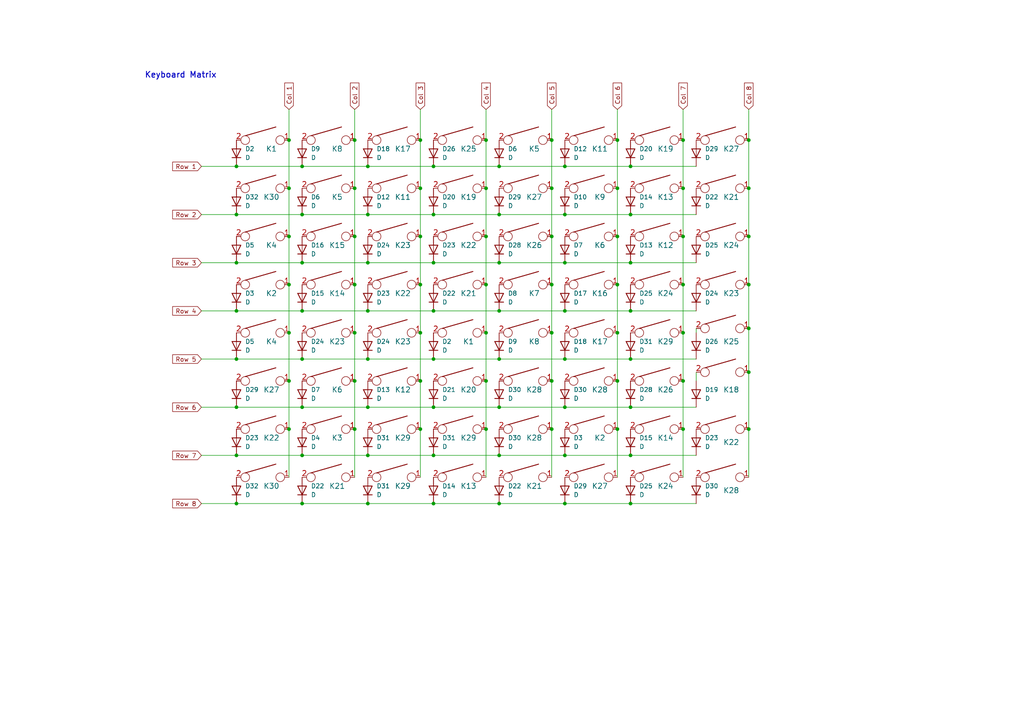
<source format=kicad_sch>
(kicad_sch (version 20230121) (generator eeschema)
  (paper "A4")
  (junction (at 160.02 96.52))
  (junction (at 163.83 118.11))
  (junction (at 125.73 90.17))
  (junction (at 87.63 76.2))
  (junction (at 217.17 107.95))
  (junction (at 160.02 68.58))
  (junction (at 217.17 40.64))
  (junction (at 140.97 54.61))
  (junction (at 182.88 62.23))
  (junction (at 198.12 110.49))
  (junction (at 179.07 82.55))
  (junction (at 102.87 68.58))
  (junction (at 83.82 68.58))
  (junction (at 182.88 76.2))
  (junction (at 125.73 48.26))
  (junction (at 182.88 118.11))
  (junction (at 182.88 48.26))
  (junction (at 163.83 90.17))
  (junction (at 87.63 48.26))
  (junction (at 144.78 104.14))
  (junction (at 144.78 62.23))
  (junction (at 121.92 110.49))
  (junction (at 83.82 82.55))
  (junction (at 106.68 62.23))
  (junction (at 106.68 76.2))
  (junction (at 144.78 146.05))
  (junction (at 106.68 118.11))
  (junction (at 179.07 54.61))
  (junction (at 87.63 146.05))
  (junction (at 125.73 104.14))
  (junction (at 140.97 110.49))
  (junction (at 163.83 62.23))
  (junction (at 217.17 54.61))
  (junction (at 179.07 68.58))
  (junction (at 179.07 40.64))
  (junction (at 121.92 68.58))
  (junction (at 121.92 124.46))
  (junction (at 182.88 90.17))
  (junction (at 121.92 82.55))
  (junction (at 83.82 54.61))
  (junction (at 121.92 96.52))
  (junction (at 140.97 82.55))
  (junction (at 198.12 124.46))
  (junction (at 121.92 40.64))
  (junction (at 68.58 132.08))
  (junction (at 179.07 110.49))
  (junction (at 121.92 54.61))
  (junction (at 87.63 90.17))
  (junction (at 68.58 104.14))
  (junction (at 125.73 132.08))
  (junction (at 182.88 146.05))
  (junction (at 106.68 48.26))
  (junction (at 217.17 124.46))
  (junction (at 106.68 90.17))
  (junction (at 163.83 104.14))
  (junction (at 144.78 118.11))
  (junction (at 217.17 68.58))
  (junction (at 125.73 76.2))
  (junction (at 68.58 62.23))
  (junction (at 160.02 40.64))
  (junction (at 106.68 132.08))
  (junction (at 87.63 104.14))
  (junction (at 198.12 54.61))
  (junction (at 102.87 54.61))
  (junction (at 144.78 76.2))
  (junction (at 68.58 90.17))
  (junction (at 198.12 68.58))
  (junction (at 68.58 76.2))
  (junction (at 68.58 118.11))
  (junction (at 68.58 146.05))
  (junction (at 125.73 146.05))
  (junction (at 179.07 124.46))
  (junction (at 217.17 82.55))
  (junction (at 160.02 110.49))
  (junction (at 160.02 124.46))
  (junction (at 106.68 104.14))
  (junction (at 140.97 96.52))
  (junction (at 102.87 110.49))
  (junction (at 160.02 82.55))
  (junction (at 160.02 54.61))
  (junction (at 163.83 76.2))
  (junction (at 144.78 48.26))
  (junction (at 87.63 118.11))
  (junction (at 198.12 82.55))
  (junction (at 68.58 48.26))
  (junction (at 83.82 124.46))
  (junction (at 102.87 40.64))
  (junction (at 102.87 96.52))
  (junction (at 179.07 96.52))
  (junction (at 83.82 110.49))
  (junction (at 140.97 124.46))
  (junction (at 182.88 132.08))
  (junction (at 182.88 104.14))
  (junction (at 83.82 96.52))
  (junction (at 140.97 40.64))
  (junction (at 87.63 132.08))
  (junction (at 83.82 40.64))
  (junction (at 163.83 48.26))
  (junction (at 217.17 95.25))
  (junction (at 125.73 118.11))
  (junction (at 106.68 146.05))
  (junction (at 144.78 132.08))
  (junction (at 140.97 68.58))
  (junction (at 144.78 90.17))
  (junction (at 87.63 62.23))
  (junction (at 163.83 146.05))
  (junction (at 198.12 40.64))
  (junction (at 102.87 124.46))
  (junction (at 102.87 82.55))
  (junction (at 125.73 62.23))
  (junction (at 163.83 132.08))
  (junction (at 198.12 96.52))
  (wire (pts (xy 102.87 124.46) (xy 102.87 138.43)))
  (wire (pts (xy 106.68 104.14) (xy 125.73 104.14)))
  (wire (pts (xy 58.42 146.05) (xy 68.58 146.05)))
  (wire (pts (xy 217.17 40.64) (xy 217.17 54.61)))
  (wire (pts (xy 106.68 48.26) (xy 125.73 48.26)))
  (wire (pts (xy 160.02 40.64) (xy 160.02 54.61)))
  (wire (pts (xy 83.82 68.58) (xy 83.82 82.55)))
  (wire (pts (xy 144.78 90.17) (xy 163.83 90.17)))
  (wire (pts (xy 83.82 31.75) (xy 83.82 40.64)))
  (wire (pts (xy 140.97 40.64) (xy 140.97 54.61)))
  (wire (pts (xy 68.58 76.2) (xy 87.63 76.2)))
  (wire (pts (xy 201.93 107.95) (xy 201.93 110.49)))
  (wire (pts (xy 217.17 68.58) (xy 217.17 82.55)))
  (wire (pts (xy 217.17 95.25) (xy 217.17 107.95)))
  (wire (pts (xy 58.42 62.23) (xy 68.58 62.23)))
  (wire (pts (xy 102.87 31.75) (xy 102.87 40.64)))
  (wire (pts (xy 160.02 68.58) (xy 160.02 82.55)))
  (wire (pts (xy 87.63 132.08) (xy 106.68 132.08)))
  (wire (pts (xy 58.42 48.26) (xy 68.58 48.26)))
  (wire (pts (xy 87.63 90.17) (xy 106.68 90.17)))
  (wire (pts (xy 83.82 110.49) (xy 83.82 124.46)))
  (wire (pts (xy 121.92 40.64) (xy 121.92 54.61)))
  (wire (pts (xy 144.78 48.26) (xy 163.83 48.26)))
  (wire (pts (xy 87.63 62.23) (xy 106.68 62.23)))
  (wire (pts (xy 140.97 82.55) (xy 140.97 96.52)))
  (wire (pts (xy 106.68 62.23) (xy 125.73 62.23)))
  (wire (pts (xy 140.97 96.52) (xy 140.97 110.49)))
  (wire (pts (xy 125.73 118.11) (xy 144.78 118.11)))
  (wire (pts (xy 68.58 146.05) (xy 87.63 146.05)))
  (wire (pts (xy 83.82 124.46) (xy 83.82 138.43)))
  (wire (pts (xy 87.63 104.14) (xy 106.68 104.14)))
  (wire (pts (xy 58.42 76.2) (xy 68.58 76.2)))
  (wire (pts (xy 68.58 132.08) (xy 87.63 132.08)))
  (wire (pts (xy 121.92 110.49) (xy 121.92 124.46)))
  (wire (pts (xy 121.92 96.52) (xy 121.92 110.49)))
  (wire (pts (xy 58.42 104.14) (xy 68.58 104.14)))
  (wire (pts (xy 102.87 82.55) (xy 102.87 96.52)))
  (wire (pts (xy 182.88 76.2) (xy 201.93 76.2)))
  (wire (pts (xy 106.68 118.11) (xy 125.73 118.11)))
  (wire (pts (xy 125.73 132.08) (xy 144.78 132.08)))
  (wire (pts (xy 198.12 124.46) (xy 198.12 138.43)))
  (wire (pts (xy 182.88 118.11) (xy 201.93 118.11)))
  (wire (pts (xy 160.02 54.61) (xy 160.02 68.58)))
  (wire (pts (xy 163.83 132.08) (xy 182.88 132.08)))
  (wire (pts (xy 198.12 31.75) (xy 198.12 40.64)))
  (wire (pts (xy 144.78 62.23) (xy 163.83 62.23)))
  (wire (pts (xy 121.92 31.75) (xy 121.92 40.64)))
  (wire (pts (xy 106.68 132.08) (xy 125.73 132.08)))
  (wire (pts (xy 83.82 82.55) (xy 83.82 96.52)))
  (wire (pts (xy 58.42 118.11) (xy 68.58 118.11)))
  (wire (pts (xy 182.88 90.17) (xy 201.93 90.17)))
  (wire (pts (xy 198.12 110.49) (xy 198.12 124.46)))
  (wire (pts (xy 160.02 110.49) (xy 160.02 124.46)))
  (wire (pts (xy 217.17 54.61) (xy 217.17 68.58)))
  (wire (pts (xy 102.87 110.49) (xy 102.87 124.46)))
  (wire (pts (xy 102.87 96.52) (xy 102.87 110.49)))
  (wire (pts (xy 198.12 54.61) (xy 198.12 68.58)))
  (wire (pts (xy 198.12 40.64) (xy 198.12 54.61)))
  (wire (pts (xy 179.07 124.46) (xy 179.07 138.43)))
  (wire (pts (xy 198.12 96.52) (xy 198.12 110.49)))
  (wire (pts (xy 179.07 40.64) (xy 179.07 54.61)))
  (wire (pts (xy 179.07 68.58) (xy 179.07 82.55)))
  (wire (pts (xy 68.58 118.11) (xy 87.63 118.11)))
  (wire (pts (xy 87.63 146.05) (xy 106.68 146.05)))
  (wire (pts (xy 125.73 62.23) (xy 144.78 62.23)))
  (wire (pts (xy 179.07 31.75) (xy 179.07 40.64)))
  (wire (pts (xy 102.87 68.58) (xy 102.87 82.55)))
  (wire (pts (xy 163.83 90.17) (xy 182.88 90.17)))
  (wire (pts (xy 68.58 62.23) (xy 87.63 62.23)))
  (wire (pts (xy 106.68 90.17) (xy 125.73 90.17)))
  (wire (pts (xy 182.88 62.23) (xy 201.93 62.23)))
  (wire (pts (xy 58.42 132.08) (xy 68.58 132.08)))
  (wire (pts (xy 121.92 68.58) (xy 121.92 82.55)))
  (wire (pts (xy 87.63 76.2) (xy 106.68 76.2)))
  (wire (pts (xy 102.87 54.61) (xy 102.87 68.58)))
  (wire (pts (xy 68.58 104.14) (xy 87.63 104.14)))
  (wire (pts (xy 68.58 90.17) (xy 87.63 90.17)))
  (wire (pts (xy 182.88 48.26) (xy 201.93 48.26)))
  (wire (pts (xy 106.68 76.2) (xy 125.73 76.2)))
  (wire (pts (xy 217.17 82.55) (xy 217.17 95.25)))
  (wire (pts (xy 140.97 68.58) (xy 140.97 82.55)))
  (wire (pts (xy 106.68 146.05) (xy 125.73 146.05)))
  (wire (pts (xy 182.88 132.08) (xy 201.93 132.08)))
  (wire (pts (xy 179.07 110.49) (xy 179.07 124.46)))
  (wire (pts (xy 198.12 68.58) (xy 198.12 82.55)))
  (wire (pts (xy 125.73 104.14) (xy 144.78 104.14)))
  (wire (pts (xy 68.58 48.26) (xy 87.63 48.26)))
  (wire (pts (xy 160.02 82.55) (xy 160.02 96.52)))
  (wire (pts (xy 179.07 82.55) (xy 179.07 96.52)))
  (wire (pts (xy 125.73 90.17) (xy 144.78 90.17)))
  (wire (pts (xy 182.88 104.14) (xy 201.93 104.14)))
  (wire (pts (xy 83.82 40.64) (xy 83.82 54.61)))
  (wire (pts (xy 102.87 40.64) (xy 102.87 54.61)))
  (wire (pts (xy 217.17 124.46) (xy 217.17 138.43)))
  (wire (pts (xy 144.78 146.05) (xy 163.83 146.05)))
  (wire (pts (xy 182.88 146.05) (xy 201.93 146.05)))
  (wire (pts (xy 163.83 146.05) (xy 182.88 146.05)))
  (wire (pts (xy 163.83 62.23) (xy 182.88 62.23)))
  (wire (pts (xy 140.97 54.61) (xy 140.97 68.58)))
  (wire (pts (xy 87.63 48.26) (xy 106.68 48.26)))
  (wire (pts (xy 140.97 124.46) (xy 140.97 138.43)))
  (wire (pts (xy 163.83 48.26) (xy 182.88 48.26)))
  (wire (pts (xy 144.78 118.11) (xy 163.83 118.11)))
  (wire (pts (xy 160.02 31.75) (xy 160.02 40.64)))
  (wire (pts (xy 83.82 96.52) (xy 83.82 110.49)))
  (wire (pts (xy 140.97 31.75) (xy 140.97 40.64)))
  (wire (pts (xy 125.73 146.05) (xy 144.78 146.05)))
  (wire (pts (xy 140.97 110.49) (xy 140.97 124.46)))
  (wire (pts (xy 121.92 124.46) (xy 121.92 138.43)))
  (wire (pts (xy 217.17 107.95) (xy 217.17 124.46)))
  (wire (pts (xy 144.78 132.08) (xy 163.83 132.08)))
  (wire (pts (xy 144.78 76.2) (xy 163.83 76.2)))
  (wire (pts (xy 83.82 54.61) (xy 83.82 68.58)))
  (wire (pts (xy 87.63 118.11) (xy 106.68 118.11)))
  (wire (pts (xy 163.83 104.14) (xy 182.88 104.14)))
  (wire (pts (xy 160.02 96.52) (xy 160.02 110.49)))
  (wire (pts (xy 160.02 124.46) (xy 160.02 138.43)))
  (wire (pts (xy 121.92 54.61) (xy 121.92 68.58)))
  (wire (pts (xy 144.78 104.14) (xy 163.83 104.14)))
  (wire (pts (xy 58.42 90.17) (xy 68.58 90.17)))
  (wire (pts (xy 163.83 118.11) (xy 182.88 118.11)))
  (wire (pts (xy 179.07 96.52) (xy 179.07 110.49)))
  (wire (pts (xy 163.83 76.2) (xy 182.88 76.2)))
  (wire (pts (xy 125.73 48.26) (xy 144.78 48.26)))
  (wire (pts (xy 125.73 76.2) (xy 144.78 76.2)))
  (wire (pts (xy 121.92 82.55) (xy 121.92 96.52)))
  (wire (pts (xy 198.12 82.55) (xy 198.12 96.52)))
  (wire (pts (xy 179.07 54.61) (xy 179.07 68.58)))
  (wire (pts (xy 201.93 96.52) (xy 201.93 95.25)))
  (wire (pts (xy 217.17 31.75) (xy 217.17 40.64)))
  (text "Keyboard Matrix" (at 41.91 22.86 0) (effects (font (size 1.7 1.7) (thickness 0.254) bold) (justify left bottom)))
  (global_label "Col 7" (shape input) (at 198.12 31.75 90) (property "Intersheetrefs" "${INTERSHEET_REFS}" (effects hide)))
  (global_label "Col 8" (shape input) (at 217.17 31.75 90) (property "Intersheetrefs" "${INTERSHEET_REFS}" (effects hide)))
  (global_label "Col 2" (shape input) (at 102.87 31.75 90) (property "Intersheetrefs" "${INTERSHEET_REFS}" (effects hide)))
  (global_label "Col 5" (shape input) (at 160.02 31.75 90) (property "Intersheetrefs" "${INTERSHEET_REFS}" (effects hide)))
  (global_label "Row 5" (shape input) (at 58.42 104.14 180) (property "Intersheetrefs" "${INTERSHEET_REFS}" (effects hide)))
  (global_label "Row 2" (shape input) (at 58.42 62.23 180) (property "Intersheetrefs" "${INTERSHEET_REFS}" (effects hide)))
  (global_label "Row 7" (shape input) (at 58.42 132.08 180) (property "Intersheetrefs" "${INTERSHEET_REFS}" (effects hide)))
  (global_label "Col 4" (shape input) (at 140.97 31.75 90) (property "Intersheetrefs" "${INTERSHEET_REFS}" (effects hide)))
  (global_label "Row 3" (shape input) (at 58.42 76.2 180) (property "Intersheetrefs" "${INTERSHEET_REFS}" (effects hide)))
  (global_label "Col 3" (shape input) (at 121.92 31.75 90) (property "Intersheetrefs" "${INTERSHEET_REFS}" (effects hide)))
  (global_label "Row 1" (shape input) (at 58.42 48.26 180) (property "Intersheetrefs" "${INTERSHEET_REFS}" (effects hide)))
  (global_label "Row 8" (shape input) (at 58.42 146.05 180) (property "Intersheetrefs" "${INTERSHEET_REFS}" (effects hide)))
  (global_label "Col 1" (shape input) (at 83.82 31.75 90) (property "Intersheetrefs" "${INTERSHEET_REFS}" (effects hide)))
  (global_label "Col 6" (shape input) (at 179.07 31.75 90) (property "Intersheetrefs" "${INTERSHEET_REFS}" (effects hide)))
  (global_label "Row 6" (shape input) (at 58.42 118.11 180) (property "Intersheetrefs" "${INTERSHEET_REFS}" (effects hide)))
  (global_label "Row 4" (shape input) (at 58.42 90.17 180) (property "Intersheetrefs" "${INTERSHEET_REFS}" (effects hide)))
  (symbol (lib_id "keyboard_parts2:KEYSW") (at 152.4 54.61 0) (unit 1)
    (property "Reference" "K27" (at 154.94 57.15 0) (effects (font (size 1.524 1.524))))
    (property "Value" "KEYSW" (effects hide))
    (property "Footprint" "keyboard_parts:Cherry-MX_PCB-Mounted_LTST-A683CEGBW_Kailh_Socket" (effects hide))
  )
  (symbol (lib_id "Device:D") (at 144.78 86.36 90) (unit 1)
    (property "Reference" "D8" (at 147.32 85.09 90) (effects (justify right)))
    (property "Value" "D" (at 147.32 87.63 90) (effects (justify right)))
    (property "Footprint" "Diode_SMD:D_0603_1608Metric_Pad1.05x0.95mm_HandSolder" (effects hide))
    (property "Sim.Device" "D" (effects hide))
    (property "Sim.Pins" "1=K 2=A" (effects hide))
    (instances (project "Keyboard" (path "" (reference "D8") (unit 1)) (path "" (reference "D39") (unit 1))))
  )
  (symbol (lib_id "keyboard_parts2:KEYSW") (at 133.35 40.64 0) (unit 1)
    (property "Reference" "K25" (at 135.89 43.18 0) (effects (font (size 1.524 1.524))))
    (property "Value" "KEYSW" (effects hide))
    (property "Footprint" "keyboard_parts:Cherry-MX_PCB-Mounted_LTST-A683CEGBW_Kailh_Socket" (effects hide))
  )
  (symbol (lib_id "Device:D") (at 106.68 58.42 90) (unit 1)
    (property "Reference" "D12" (at 109.22 57.15 90) (effects (justify right)))
    (property "Value" "D" (at 109.22 59.69 90) (effects (justify right)))
    (property "Footprint" "Diode_SMD:D_0603_1608Metric_Pad1.05x0.95mm_HandSolder" (effects hide))
    (property "Sim.Device" "D" (effects hide))
    (property "Sim.Pins" "1=K 2=A" (effects hide))
  )
  (symbol (lib_id "Device:D") (at 201.93 86.36 90) (unit 1)
    (property "Reference" "D24" (at 204.47 85.09 90) (effects (justify right)))
    (property "Value" "D" (at 204.47 87.63 90) (effects (justify right)))
    (property "Footprint" "Diode_SMD:D_0603_1608Metric_Pad1.05x0.95mm_HandSolder" (effects hide))
    (property "Sim.Device" "D" (effects hide))
    (property "Sim.Pins" "1=K 2=A" (effects hide))
    (instances (project "Keyboard" (path "" (reference "D24") (unit 1)) (path "" (reference "D63") (unit 1))))
  )
  (symbol (lib_id "Device:D") (at 68.58 72.39 90) (unit 1)
    (property "Reference" "D5" (at 71.12 71.12 90) (effects (justify right)))
    (property "Value" "D" (at 71.12 73.66 90) (effects (justify right)))
    (property "Footprint" "Diode_SMD:D_0603_1608Metric_Pad1.05x0.95mm_HandSolder" (effects hide))
    (property "Sim.Device" "D" (effects hide))
    (property "Sim.Pins" "1=K 2=A" (effects hide))
    (instances (project "Keyboard" (path "" (reference "D5") (unit 1)) (path "" (reference "D38") (unit 1))))
  )
  (symbol (lib_id "keyboard_parts2:KEYSW") (at 209.55 68.58 0) (unit 1)
    (property "Reference" "K24" (at 212.09 71.12 0) (effects (font (size 1.524 1.524))))
    (property "Value" "KEYSW" (effects hide))
    (property "Footprint" "keyboard_parts:Cherry-MX_PCB-Mounted_LTST-A683CEGBW_Kailh_Socket" (effects hide))
    (instances (project "Keyboard" (path "" (reference "K24") (unit 1)) (path "" (reference "K20") (unit 1))))
  )
  (symbol (lib_id "Device:D") (at 68.58 114.3 90) (unit 1)
    (property "Reference" "D29" (at 71.12 113.03 90) (effects (justify right)))
    (property "Value" "D" (at 71.12 115.57 90) (effects (justify right)))
    (property "Footprint" "Diode_SMD:D_0603_1608Metric_Pad1.05x0.95mm_HandSolder" (effects hide))
    (property "Sim.Device" "D" (effects hide))
    (property "Sim.Pins" "1=K 2=A" (effects hide))
    (instances (project "Keyboard" (path "" (reference "D29") (unit 1)) (path "" (reference "D66") (unit 1))))
  )
  (symbol (lib_id "keyboard_parts2:KEYSW") (at 190.5 96.52 0) (unit 1)
    (property "Reference" "K29" (at 193.04 99.06 0) (effects (font (size 1.524 1.524))))
    (property "Value" "KEYSW" (effects hide))
    (property "Footprint" "keyboard_parts:Cherry-MX_PCB-Mounted_LTST-A683CEGBW_Kailh_Socket" (effects hide))
    (instances (project "Keyboard" (path "" (reference "K29") (unit 1)) (path "" (reference "K72") (unit 1))))
  )
  (symbol (lib_id "Device:D") (at 144.78 128.27 90) (unit 1)
    (property "Reference" "D30" (at 147.32 127 90) (effects (justify right)))
    (property "Value" "D" (at 147.32 129.54 90) (effects (justify right)))
    (property "Footprint" "Diode_SMD:D_0603_1608Metric_Pad1.05x0.95mm_HandSolder" (effects hide))
    (property "Sim.Device" "D" (effects hide))
    (property "Sim.Pins" "1=K 2=A" (effects hide))
  )
  (symbol (lib_id "keyboard_parts2:KEYSW") (at 171.45 96.52 0) (unit 1)
    (property "Reference" "K17" (at 173.99 99.06 0) (effects (font (size 1.524 1.524))))
    (property "Value" "KEYSW" (effects hide))
    (property "Footprint" "keyboard_parts:Cherry-MX_PCB-Mounted_LTST-A683CEGBW_Kailh_Socket" (effects hide))
    (instances (project "Keyboard" (path "" (reference "K17") (unit 1)) (path "" (reference "K47") (unit 1))))
  )
  (symbol (lib_id "keyboard_parts2:KEYSW") (at 95.25 54.61 0) (unit 1)
    (property "Reference" "K5" (at 97.79 57.15 0) (effects (font (size 1.524 1.524))))
    (property "Value" "KEYSW" (effects hide))
    (property "Footprint" "keyboard_parts:Cherry-MX_PCB-Mounted_LTST-A683CEGBW_Kailh_Socket" (effects hide))
    (instances (project "Keyboard" (path "" (reference "K5") (unit 1)) (path "" (reference "K3") (unit 1))))
  )
  (symbol (lib_id "keyboard_parts2:KEYSW") (at 152.4 124.46 0) (unit 1)
    (property "Reference" "K28" (at 154.94 127 0) (effects (font (size 1.524 1.524))))
    (property "Value" "KEYSW" (effects hide))
    (property "Footprint" "keyboard_parts:Cherry-MX_PCB-Mounted_LTST-A683CEGBW_Kailh_Socket" (effects hide))
  )
  (symbol (lib_id "Device:D") (at 87.63 128.27 90) (unit 1)
    (property "Reference" "D4" (at 90.17 127 90) (effects (justify right)))
    (property "Value" "D" (at 90.17 129.54 90) (effects (justify right)))
    (property "Footprint" "Diode_SMD:D_0603_1608Metric_Pad1.05x0.95mm_HandSolder" (effects hide))
    (property "Sim.Device" "D" (effects hide))
    (property "Sim.Pins" "1=K 2=A" (effects hide))
    (instances (project "Keyboard" (path "" (reference "D4") (unit 1)) (path "" (reference "D3") (unit 1))))
  )
  (symbol (lib_id "Device:D") (at 106.68 44.45 90) (unit 1)
    (property "Reference" "D18" (at 109.22 43.18 90) (effects (justify right)))
    (property "Value" "D" (at 109.22 45.72 90) (effects (justify right)))
    (property "Footprint" "Diode_SMD:D_0603_1608Metric_Pad1.05x0.95mm_HandSolder" (effects hide))
    (property "Sim.Device" "D" (effects hide))
    (property "Sim.Pins" "1=K 2=A" (effects hide))
  )
  (symbol (lib_id "Device:D") (at 163.83 114.3 90) (unit 1)
    (property "Reference" "D30" (at 166.37 113.03 90) (effects (justify right)))
    (property "Value" "D" (at 166.37 115.57 90) (effects (justify right)))
    (property "Footprint" "Diode_SMD:D_0603_1608Metric_Pad1.05x0.95mm_HandSolder" (effects hide))
    (property "Sim.Device" "D" (effects hide))
    (property "Sim.Pins" "1=K 2=A" (effects hide))
    (instances (project "Keyboard" (path "" (reference "D30") (unit 1)) (path "" (reference "D67") (unit 1))))
  )
  (symbol (lib_id "Device:D") (at 182.88 100.33 90) (unit 1)
    (property "Reference" "D31" (at 185.42 99.06 90) (effects (justify right)))
    (property "Value" "D" (at 185.42 101.6 90) (effects (justify right)))
    (property "Footprint" "Diode_SMD:D_0603_1608Metric_Pad1.05x0.95mm_HandSolder" (effects hide))
    (property "Sim.Device" "D" (effects hide))
    (property "Sim.Pins" "1=K 2=A" (effects hide))
    (instances (project "Keyboard" (path "" (reference "D31") (unit 1)) (path "" (reference "D73") (unit 1))))
  )
  (symbol (lib_id "Device:D") (at 163.83 128.27 90) (unit 1)
    (property "Reference" "D3" (at 166.37 127 90) (effects (justify right)))
    (property "Value" "D" (at 166.37 129.54 90) (effects (justify right)))
    (property "Footprint" "Diode_SMD:D_0603_1608Metric_Pad1.05x0.95mm_HandSolder" (effects hide))
    (property "Sim.Device" "D" (effects hide))
    (property "Sim.Pins" "1=K 2=A" (effects hide))
    (instances (project "Keyboard" (path "" (reference "D3") (unit 1)) (path "" (reference "D37") (unit 1))))
  )
  (symbol (lib_id "keyboard_parts2:KEYSW") (at 171.45 124.46 0) (unit 1)
    (property "Reference" "K2" (at 173.99 127 0) (effects (font (size 1.524 1.524))))
    (property "Value" "KEYSW" (effects hide))
    (property "Footprint" "keyboard_parts:Cherry-MX_PCB-Mounted_LTST-A683CEGBW_Kailh_Socket" (effects hide))
    (instances (project "Keyboard" (path "" (reference "K2") (unit 1)) (path "" (reference "K36") (unit 1))))
  )
  (symbol (lib_id "keyboard_parts2:KEYSW") (at 95.25 82.55 0) (unit 1)
    (property "Reference" "K14" (at 97.79 85.09 0) (effects (font (size 1.524 1.524))))
    (property "Value" "KEYSW" (effects hide))
    (property "Footprint" "keyboard_parts:Cherry-MX_PCB-Mounted_LTST-A683CEGBW_Kailh_Socket" (effects hide))
  )
  (symbol (lib_id "Device:D") (at 125.73 86.36 90) (unit 1)
    (property "Reference" "D22" (at 128.27 85.09 90) (effects (justify right)))
    (property "Value" "D" (at 128.27 87.63 90) (effects (justify right)))
    (property "Footprint" "Diode_SMD:D_0603_1608Metric_Pad1.05x0.95mm_HandSolder" (effects hide))
    (property "Sim.Device" "D" (effects hide))
    (property "Sim.Pins" "1=K 2=A" (effects hide))
    (instances (project "Keyboard" (path "" (reference "D22") (unit 1)) (path "" (reference "D32") (unit 1))))
  )
  (symbol (lib_id "keyboard_parts2:KEYSW") (at 114.3 68.58 0) (unit 1)
    (property "Reference" "K23" (at 116.84 71.12 0) (effects (font (size 1.524 1.524))))
    (property "Value" "KEYSW" (effects hide))
    (property "Footprint" "keyboard_parts:Cherry-MX_PCB-Mounted_LTST-A683CEGBW_Kailh_Socket" (effects hide))
    (instances (project "Keyboard" (path "" (reference "K23") (unit 1)) (path "" (reference "K53") (unit 1))))
  )
  (symbol (lib_id "Device:D") (at 201.93 44.45 90) (unit 1)
    (property "Reference" "D29" (at 204.47 43.18 90) (effects (justify right)))
    (property "Value" "D" (at 204.47 45.72 90) (effects (justify right)))
    (property "Footprint" "Diode_SMD:D_0603_1608Metric_Pad1.05x0.95mm_HandSolder" (effects hide))
    (property "Sim.Device" "D" (effects hide))
    (property "Sim.Pins" "1=K 2=A" (effects hide))
    (instances (project "Keyboard" (path "" (reference "D29") (unit 1)) (path "" (reference "D58") (unit 1))))
  )
  (symbol (lib_id "Device:D") (at 182.88 114.3 90) (unit 1)
    (property "Reference" "D28" (at 185.42 113.03 90) (effects (justify right)))
    (property "Value" "D" (at 185.42 115.57 90) (effects (justify right)))
    (property "Footprint" "Diode_SMD:D_0603_1608Metric_Pad1.05x0.95mm_HandSolder" (effects hide))
    (property "Sim.Device" "D" (effects hide))
    (property "Sim.Pins" "1=K 2=A" (effects hide))
  )
  (symbol (lib_id "Device:D") (at 201.93 114.3 90) (unit 1)
    (property "Reference" "D19" (at 204.47 113.03 90) (effects (justify right)))
    (property "Value" "D" (at 204.47 115.57 90) (effects (justify right)))
    (property "Footprint" "Diode_SMD:D_0603_1608Metric_Pad1.05x0.95mm_HandSolder" (effects hide))
    (property "Sim.Device" "D" (effects hide))
    (property "Sim.Pins" "1=K 2=A" (effects hide))
  )
  (symbol (lib_id "keyboard_parts2:KEYSW") (at 133.35 82.55 0) (unit 1)
    (property "Reference" "K21" (at 135.89 85.09 0) (effects (font (size 1.524 1.524))))
    (property "Value" "KEYSW" (effects hide))
    (property "Footprint" "keyboard_parts:Cherry-MX_PCB-Mounted_LTST-A683CEGBW_Kailh_Socket" (effects hide))
    (instances (project "Keyboard" (path "" (reference "K21") (unit 1)) (path "" (reference "K30") (unit 1))))
  )
  (symbol (lib_id "keyboard_parts2:KEYSW") (at 114.3 54.61 0) (unit 1)
    (property "Reference" "K11" (at 116.84 57.15 0) (effects (font (size 1.524 1.524))))
    (property "Value" "KEYSW" (effects hide))
    (property "Footprint" "keyboard_parts:Cherry-MX_PCB-Mounted_LTST-A683CEGBW_Kailh_Socket" (effects hide))
  )
  (symbol (lib_id "keyboard_parts2:KEYSW") (at 114.3 110.49 0) (unit 1)
    (property "Reference" "K12" (at 116.84 113.03 0) (effects (font (size 1.524 1.524))))
    (property "Value" "KEYSW" (effects hide))
    (property "Footprint" "keyboard_parts:Cherry-MX_PCB-Mounted_LTST-A683CEGBW_Kailh_Socket" (effects hide))
    (instances (project "Keyboard" (path "" (reference "K12") (unit 1)) (path "" (reference "K42") (unit 1))))
  )
  (symbol (lib_id "keyboard_parts2:KEYSW") (at 171.45 40.64 0) (unit 1)
    (property "Reference" "K11" (at 173.99 43.18 0) (effects (font (size 1.524 1.524))))
    (property "Value" "KEYSW" (effects hide))
    (property "Footprint" "keyboard_parts:Cherry-MX_PCB-Mounted_LTST-A683CEGBW_Kailh_Socket" (effects hide))
    (instances (project "Keyboard" (path "" (reference "K11") (unit 1)) (path "" (reference "K41") (unit 1))))
  )
  (symbol (lib_id "keyboard_parts2:KEYSW") (at 95.25 68.58 0) (unit 1)
    (property "Reference" "K15" (at 97.79 71.12 0) (effects (font (size 1.524 1.524))))
    (property "Value" "KEYSW" (effects hide))
    (property "Footprint" "keyboard_parts:Cherry-MX_PCB-Mounted_LTST-A683CEGBW_Kailh_Socket" (effects hide))
    (instances (project "Keyboard" (path "" (reference "K15") (unit 1)) (path "" (reference "K45") (unit 1))))
  )
  (symbol (lib_id "keyboard_parts2:KEYSW") (at 76.2 68.58 0) (unit 1)
    (property "Reference" "K4" (at 78.74 71.12 0) (effects (font (size 1.524 1.524))))
    (property "Value" "KEYSW" (effects hide))
    (property "Footprint" "Button_Switch_Keyboard:SW_Cherry_MX_1.75u_PCB" (effects hide))
    (instances (project "Keyboard" (path "" (reference "K4") (unit 1)) (path "" (reference "K37") (unit 1))))
  )
  (symbol (lib_id "Device:D") (at 87.63 142.24 90) (unit 1)
    (property "Reference" "D22" (at 90.17 140.97 90) (effects (justify right)))
    (property "Value" "D" (at 90.17 143.51 90) (effects (justify right)))
    (property "Footprint" "Diode_SMD:D_0603_1608Metric_Pad1.05x0.95mm_HandSolder" (effects hide))
    (property "Sim.Device" "D" (effects hide))
    (property "Sim.Pins" "1=K 2=A" (effects hide))
  )
  (symbol (lib_id "Device:D") (at 87.63 86.36 90) (unit 1)
    (property "Reference" "D15" (at 90.17 85.09 90) (effects (justify right)))
    (property "Value" "D" (at 90.17 87.63 90) (effects (justify right)))
    (property "Footprint" "Diode_SMD:D_0603_1608Metric_Pad1.05x0.95mm_HandSolder" (effects hide))
    (property "Sim.Device" "D" (effects hide))
    (property "Sim.Pins" "1=K 2=A" (effects hide))
  )
  (symbol (lib_id "Device:D") (at 144.78 58.42 90) (unit 1)
    (property "Reference" "D29" (at 147.32 57.15 90) (effects (justify right)))
    (property "Value" "D" (at 147.32 59.69 90) (effects (justify right)))
    (property "Footprint" "Diode_SMD:D_0603_1608Metric_Pad1.05x0.95mm_HandSolder" (effects hide))
    (property "Sim.Device" "D" (effects hide))
    (property "Sim.Pins" "1=K 2=A" (effects hide))
  )
  (symbol (lib_id "Device:D") (at 144.78 114.3 90) (unit 1)
    (property "Reference" "D30" (at 147.32 113.03 90) (effects (justify right)))
    (property "Value" "D" (at 147.32 115.57 90) (effects (justify right)))
    (property "Footprint" "Diode_SMD:D_0603_1608Metric_Pad1.05x0.95mm_HandSolder" (effects hide))
    (property "Sim.Device" "D" (effects hide))
    (property "Sim.Pins" "1=K 2=A" (effects hide))
    (instances (project "Keyboard" (path "" (reference "D30") (unit 1)) (path "" (reference "D59") (unit 1))))
  )
  (symbol (lib_id "keyboard_parts2:KEYSW") (at 171.45 68.58 0) (unit 1)
    (property "Reference" "K6" (at 173.99 71.12 0) (effects (font (size 1.524 1.524))))
    (property "Value" "KEYSW" (effects hide))
    (property "Footprint" "keyboard_parts:Cherry-MX_PCB-Mounted_LTST-A683CEGBW_Kailh_Socket" (effects hide))
    (instances (project "Keyboard" (path "" (reference "K6") (unit 1)) (path "" (reference "K4") (unit 1))))
  )
  (symbol (lib_id "keyboard_parts2:KEYSW") (at 152.4 82.55 0) (unit 1)
    (property "Reference" "K7" (at 154.94 85.09 0) (effects (font (size 1.524 1.524))))
    (property "Value" "KEYSW" (effects hide))
    (property "Footprint" "keyboard_parts:Cherry-MX_PCB-Mounted_LTST-A683CEGBW_Kailh_Socket" (effects hide))
    (instances (project "Keyboard" (path "" (reference "K7") (unit 1)) (path "" (reference "K38") (unit 1))))
  )
  (symbol (lib_id "keyboard_parts2:KEYSW") (at 209.55 82.55 0) (unit 1)
    (property "Reference" "K23" (at 212.09 85.09 0) (effects (font (size 1.524 1.524))))
    (property "Value" "KEYSW" (effects hide))
    (property "Footprint" "keyboard_parts:Cherry-MX_PCB-Mounted_LTST-A683CEGBW_Kailh_Socket" (effects hide))
    (instances (project "Keyboard" (path "" (reference "K23") (unit 1)) (path "" (reference "K62") (unit 1))))
  )
  (symbol (lib_id "keyboard_parts2:KEYSW") (at 76.2 124.46 0) (unit 1)
    (property "Reference" "K22" (at 78.74 127 0) (effects (font (size 1.524 1.524))))
    (property "Value" "KEYSW" (effects hide))
    (property "Footprint" "keyboard_parts:Cherry-MX_PCB-Mounted_LTST-A683CEGBW_Kailh_Socket" (effects hide))
    (instances (project "Keyboard" (path "" (reference "K22") (unit 1)) (path "" (reference "K10") (unit 1))))
  )
  (symbol (lib_id "Device:D") (at 163.83 44.45 90) (unit 1)
    (property "Reference" "D12" (at 166.37 43.18 90) (effects (justify right)))
    (property "Value" "D" (at 166.37 45.72 90) (effects (justify right)))
    (property "Footprint" "Diode_SMD:D_0603_1608Metric_Pad1.05x0.95mm_HandSolder" (effects hide))
    (property "Sim.Device" "D" (effects hide))
    (property "Sim.Pins" "1=K 2=A" (effects hide))
    (instances (project "Keyboard" (path "" (reference "D12") (unit 1)) (path "" (reference "D42") (unit 1))))
  )
  (symbol (lib_id "keyboard_parts2:KEYSW") (at 209.55 95.25 0) (unit 1)
    (property "Reference" "K25" (at 212.09 99.06 0) (effects (font (size 1.524 1.524))))
    (property "Value" "KEYSW" (effects hide))
    (property "Footprint" "keyboard_parts:Cherry-MX_PCB-Mounted_LTST-A683CEGBW_Kailh_Socket" (effects hide))
    (instances (project "Keyboard" (path "" (reference "K25") (unit 1)) (path "" (reference "K55") (unit 1))))
  )
  (symbol (lib_id "Device:D") (at 68.58 100.33 90) (unit 1)
    (property "Reference" "D5" (at 71.12 99.06 90) (effects (justify right)))
    (property "Value" "D" (at 71.12 101.6 90) (effects (justify right)))
    (property "Footprint" "Diode_SMD:D_0603_1608Metric_Pad1.05x0.95mm_HandSolder" (effects hide))
    (property "Sim.Device" "D" (effects hide))
    (property "Sim.Pins" "1=K 2=A" (effects hide))
    (instances (project "Keyboard" (path "" (reference "D5") (unit 1)) (path "" (reference "D8") (unit 1))))
  )
  (symbol (lib_id "keyboard_parts2:KEYSW") (at 152.4 96.52 0) (unit 1)
    (property "Reference" "K8" (at 154.94 99.06 0) (effects (font (size 1.524 1.524))))
    (property "Value" "KEYSW" (effects hide))
    (property "Footprint" "keyboard_parts:Cherry-MX_PCB-Mounted_LTST-A683CEGBW_Kailh_Socket" (effects hide))
    (instances (project "Keyboard" (path "" (reference "K8") (unit 1)) (path "" (reference "K39") (unit 1))))
  )
  (symbol (lib_id "Device:D") (at 125.73 100.33 90) (unit 1)
    (property "Reference" "D2" (at 128.27 99.06 90) (effects (justify right)))
    (property "Value" "D" (at 128.27 101.6 90) (effects (justify right)))
    (property "Footprint" "Diode_SMD:D_0603_1608Metric_Pad1.05x0.95mm_HandSolder" (effects hide))
    (property "Sim.Device" "D" (effects hide))
    (property "Sim.Pins" "1=K 2=A" (effects hide))
    (instances (project "Keyboard" (path "" (reference "D2") (unit 1)) (path "" (reference "D27") (unit 1))))
  )
  (symbol (lib_id "keyboard_parts2:KEYSW") (at 114.3 124.46 0) (unit 1)
    (property "Reference" "K29" (at 116.84 127 0) (effects (font (size 1.524 1.524))))
    (property "Value" "KEYSW" (effects hide))
    (property "Footprint" "keyboard_parts:Cherry-MX_PCB-Mounted_LTST-A683CEGBW_Kailh_Socket" (effects hide))
    (instances (project "Keyboard" (path "" (reference "K29") (unit 1)) (path "" (reference "K67") (unit 1))))
  )
  (symbol (lib_id "Device:D") (at 68.58 58.42 90) (unit 1)
    (property "Reference" "D32" (at 71.12 57.15 90) (effects (justify right)))
    (property "Value" "D" (at 71.12 59.69 90) (effects (justify right)))
    (property "Footprint" "Diode_SMD:D_0603_1608Metric_Pad1.05x0.95mm_HandSolder" (effects hide))
    (property "Sim.Device" "D" (effects hide))
    (property "Sim.Pins" "1=K 2=A" (effects hide))
    (instances (project "Keyboard" (path "" (reference "D32") (unit 1)) (path "" (reference "D69") (unit 1))))
  )
  (symbol (lib_id "Device:D") (at 106.68 142.24 90) (unit 1)
    (property "Reference" "D31" (at 109.22 140.97 90) (effects (justify right)))
    (property "Value" "D" (at 109.22 143.51 90) (effects (justify right)))
    (property "Footprint" "Diode_SMD:D_0603_1608Metric_Pad1.05x0.95mm_HandSolder" (effects hide))
    (property "Sim.Device" "D" (effects hide))
    (property "Sim.Pins" "1=K 2=A" (effects hide))
  )
  (symbol (lib_id "Device:D") (at 87.63 44.45 90) (unit 1)
    (property "Reference" "D9" (at 90.17 43.18 90) (effects (justify right)))
    (property "Value" "D" (at 90.17 45.72 90) (effects (justify right)))
    (property "Footprint" "Diode_SMD:D_0603_1608Metric_Pad1.05x0.95mm_HandSolder" (effects hide))
    (property "Sim.Device" "D" (effects hide))
    (property "Sim.Pins" "1=K 2=A" (effects hide))
    (instances (project "Keyboard" (path "" (reference "D9") (unit 1)) (path "" (reference "D10") (unit 1))))
  )
  (symbol (lib_id "Device:D") (at 87.63 58.42 90) (unit 1)
    (property "Reference" "D6" (at 90.17 57.15 90) (effects (justify right)))
    (property "Value" "D" (at 90.17 59.69 90) (effects (justify right)))
    (property "Footprint" "Diode_SMD:D_0603_1608Metric_Pad1.05x0.95mm_HandSolder" (effects hide))
    (property "Sim.Device" "D" (effects hide))
    (property "Sim.Pins" "1=K 2=A" (effects hide))
    (instances (project "Keyboard" (path "" (reference "D6") (unit 1)) (path "" (reference "D4") (unit 1))))
  )
  (symbol (lib_id "keyboard_parts2:KEYSW") (at 114.3 40.64 0) (unit 1)
    (property "Reference" "K17" (at 116.84 43.18 0) (effects (font (size 1.524 1.524))))
    (property "Value" "KEYSW" (effects hide))
    (property "Footprint" "keyboard_parts:Cherry-MX_PCB-Mounted_LTST-A683CEGBW_Kailh_Socket" (effects hide))
  )
  (symbol (lib_id "Device:D") (at 201.93 58.42 90) (unit 1)
    (property "Reference" "D22" (at 204.47 57.15 90) (effects (justify right)))
    (property "Value" "D" (at 204.47 59.69 90) (effects (justify right)))
    (property "Footprint" "Diode_SMD:D_0603_1608Metric_Pad1.05x0.95mm_HandSolder" (effects hide))
    (property "Sim.Device" "D" (effects hide))
    (property "Sim.Pins" "1=K 2=A" (effects hide))
    (instances (project "Keyboard" (path "" (reference "D22") (unit 1)) (path "" (reference "D52") (unit 1))))
  )
  (symbol (lib_id "Device:D") (at 163.83 58.42 90) (unit 1)
    (property "Reference" "D10" (at 166.37 57.15 90) (effects (justify right)))
    (property "Value" "D" (at 166.37 59.69 90) (effects (justify right)))
    (property "Footprint" "Diode_SMD:D_0603_1608Metric_Pad1.05x0.95mm_HandSolder" (effects hide))
    (property "Sim.Device" "D" (effects hide))
    (property "Sim.Pins" "1=K 2=A" (effects hide))
    (instances (project "Keyboard" (path "" (reference "D10") (unit 1)) (path "" (reference "D36") (unit 1))))
  )
  (symbol (lib_id "Device:D") (at 87.63 100.33 90) (unit 1)
    (property "Reference" "D24" (at 90.17 99.06 90) (effects (justify right)))
    (property "Value" "D" (at 90.17 101.6 90) (effects (justify right)))
    (property "Footprint" "Diode_SMD:D_0603_1608Metric_Pad1.05x0.95mm_HandSolder" (effects hide))
    (property "Sim.Device" "D" (effects hide))
    (property "Sim.Pins" "1=K 2=A" (effects hide))
    (instances (project "Keyboard" (path "" (reference "D24") (unit 1)) (path "" (reference "D16") (unit 1))))
  )
  (symbol (lib_id "Device:D") (at 68.58 128.27 90) (unit 1)
    (property "Reference" "D23" (at 71.12 127 90) (effects (justify right)))
    (property "Value" "D" (at 71.12 129.54 90) (effects (justify right)))
    (property "Footprint" "Diode_SMD:D_0603_1608Metric_Pad1.05x0.95mm_HandSolder" (effects hide))
    (property "Sim.Device" "D" (effects hide))
    (property "Sim.Pins" "1=K 2=A" (effects hide))
    (instances (project "Keyboard" (path "" (reference "D23") (unit 1)) (path "" (reference "D11") (unit 1))))
  )
  (symbol (lib_id "keyboard_parts2:KEYSW") (at 190.5 110.49 0) (unit 1)
    (property "Reference" "K26" (at 193.04 113.03 0) (effects (font (size 1.524 1.524))))
    (property "Value" "KEYSW" (effects hide))
    (property "Footprint" "Button_Switch_Keyboard:SW_Cherry_MX_1.50u_PCB" (effects hide))
  )
  (symbol (lib_id "keyboard_parts2:KEYSW") (at 209.55 107.95 0) (unit 1)
    (property "Reference" "K18" (at 212.09 113.03 0) (effects (font (size 1.524 1.524))))
    (property "Value" "KEYSW" (effects hide))
    (property "Footprint" "keyboard_parts:Cherry-MX_PCB-Mounted_LTST-A683CEGBW_Kailh_Socket" (effects hide))
  )
  (symbol (lib_id "keyboard_parts2:KEYSW") (at 133.35 138.43 0) (unit 1)
    (property "Reference" "K13" (at 135.89 140.97 0) (effects (font (size 1.524 1.524))))
    (property "Value" "KEYSW" (effects hide))
    (property "Footprint" "keyboard_parts:Cherry-MX_PCB-Mounted_LTST-A683CEGBW_Kailh_Socket" (effects hide))
  )
  (symbol (lib_id "keyboard_parts2:KEYSW") (at 190.5 40.64 0) (unit 1)
    (property "Reference" "K19" (at 193.04 43.18 0) (effects (font (size 1.524 1.524))))
    (property "Value" "KEYSW" (effects hide))
    (property "Footprint" "keyboard_parts:Cherry-MX_PCB-Mounted_LTST-A683CEGBW_Kailh_Socket" (effects hide))
    (instances (project "Keyboard" (path "" (reference "K19") (unit 1)) (path "" (reference "K49") (unit 1))))
  )
  (symbol (lib_id "keyboard_parts2:KEYSW") (at 152.4 138.43 0) (unit 1)
    (property "Reference" "K21" (at 154.94 140.97 0) (effects (font (size 1.524 1.524))))
    (property "Value" "KEYSW" (effects hide))
    (property "Footprint" "keyboard_parts:Cherry-MX_PCB-Mounted_LTST-A683CEGBW_Kailh_Socket" (effects hide))
    (instances (project "Keyboard" (path "" (reference "K21") (unit 1)) (path "" (reference "K5") (unit 1))))
  )
  (symbol (lib_id "Device:D") (at 125.73 128.27 90) (unit 1)
    (property "Reference" "D31" (at 128.27 127 90) (effects (justify right)))
    (property "Value" "D" (at 128.27 129.54 90) (effects (justify right)))
    (property "Footprint" "Diode_SMD:D_0603_1608Metric_Pad1.05x0.95mm_HandSolder" (effects hide))
    (property "Sim.Device" "D" (effects hide))
    (property "Sim.Pins" "1=K 2=A" (effects hide))
    (instances (project "Keyboard" (path "" (reference "D31") (unit 1)) (path "" (reference "D60") (unit 1))))
  )
  (symbol (lib_id "Device:D") (at 106.68 72.39 90) (unit 1)
    (property "Reference" "D24" (at 109.22 71.12 90) (effects (justify right)))
    (property "Value" "D" (at 109.22 73.66 90) (effects (justify right)))
    (property "Footprint" "Diode_SMD:D_0603_1608Metric_Pad1.05x0.95mm_HandSolder" (effects hide))
    (property "Sim.Device" "D" (effects hide))
    (property "Sim.Pins" "1=K 2=A" (effects hide))
    (instances (project "Keyboard" (path "" (reference "D24") (unit 1)) (path "" (reference "D54") (unit 1))))
  )
  (symbol (lib_id "keyboard_parts2:KEYSW") (at 209.55 40.64 0) (unit 1)
    (property "Reference" "K27" (at 212.09 43.18 0) (effects (font (size 1.524 1.524))))
    (property "Value" "KEYSW" (effects hide))
    (property "Footprint" "keyboard_parts:Cherry-MX_PCB-Mounted_LTST-A683CEGBW_Kailh_Socket" (effects hide))
    (instances (project "Keyboard" (path "" (reference "K27") (unit 1)) (path "" (reference "K57") (unit 1))))
  )
  (symbol (lib_id "keyboard_parts2:KEYSW") (at 95.25 138.43 0) (unit 1)
    (property "Reference" "K21" (at 97.79 140.97 0) (effects (font (size 1.524 1.524))))
    (property "Value" "KEYSW" (effects hide))
    (property "Footprint" "keyboard_parts:Cherry-MX_PCB-Mounted_LTST-A683CEGBW_Kailh_Socket" (effects hide))
  )
  (symbol (lib_id "keyboard_parts2:KEYSW") (at 76.2 54.61 0) (unit 1)
    (property "Reference" "K30" (at 78.74 57.15 0) (effects (font (size 1.524 1.524))))
    (property "Value" "KEYSW" (effects hide))
    (property "Footprint" "Button_Switch_Keyboard:SW_Cherry_MX_1.50u_PCB" (effects hide))
    (instances (project "Keyboard" (path "" (reference "K30") (unit 1)) (path "" (reference "K68") (unit 1))))
  )
  (symbol (lib_id "Device:D") (at 163.83 142.24 90) (unit 1)
    (property "Reference" "D29" (at 166.37 140.97 90) (effects (justify right)))
    (property "Value" "D" (at 166.37 143.51 90) (effects (justify right)))
    (property "Footprint" "Diode_SMD:D_0603_1608Metric_Pad1.05x0.95mm_HandSolder" (effects hide))
    (property "Sim.Device" "D" (effects hide))
    (property "Sim.Pins" "1=K 2=A" (effects hide))
    (instances (project "Keyboard" (path "" (reference "D29") (unit 1)) (path "" (reference "D71") (unit 1))))
  )
  (symbol (lib_id "Device:D") (at 106.68 114.3 90) (unit 1)
    (property "Reference" "D13" (at 109.22 113.03 90) (effects (justify right)))
    (property "Value" "D" (at 109.22 115.57 90) (effects (justify right)))
    (property "Footprint" "Diode_SMD:D_0603_1608Metric_Pad1.05x0.95mm_HandSolder" (effects hide))
    (property "Sim.Device" "D" (effects hide))
    (property "Sim.Pins" "1=K 2=A" (effects hide))
    (instances (project "Keyboard" (path "" (reference "D13") (unit 1)) (path "" (reference "D43") (unit 1))))
  )
  (symbol (lib_id "Device:D") (at 125.73 142.24 90) (unit 1)
    (property "Reference" "D14" (at 128.27 140.97 90) (effects (justify right)))
    (property "Value" "D" (at 128.27 143.51 90) (effects (justify right)))
    (property "Footprint" "Diode_SMD:D_0603_1608Metric_Pad1.05x0.95mm_HandSolder" (effects hide))
    (property "Sim.Device" "D" (effects hide))
    (property "Sim.Pins" "1=K 2=A" (effects hide))
  )
  (symbol (lib_id "keyboard_parts2:KEYSW") (at 76.2 40.64 0) (unit 1)
    (property "Reference" "K1" (at 78.74 43.18 0) (effects (font (size 1.524 1.524))))
    (property "Value" "KEYSW" (effects hide))
    (property "Footprint" "keyboard_parts:Cherry-MX_PCB-Mounted_LTST-A683CEGBW_Kailh_Socket" (effects hide))
  )
  (symbol (lib_id "Device:D") (at 163.83 72.39 90) (unit 1)
    (property "Reference" "D7" (at 166.37 71.12 90) (effects (justify right)))
    (property "Value" "D" (at 166.37 73.66 90) (effects (justify right)))
    (property "Footprint" "Diode_SMD:D_0603_1608Metric_Pad1.05x0.95mm_HandSolder" (effects hide))
    (property "Sim.Device" "D" (effects hide))
    (property "Sim.Pins" "1=K 2=A" (effects hide))
    (instances (project "Keyboard" (path "" (reference "D7") (unit 1)) (path "" (reference "D5") (unit 1))))
  )
  (symbol (lib_id "Device:D") (at 125.73 72.39 90) (unit 1)
    (property "Reference" "D23" (at 128.27 71.12 90) (effects (justify right)))
    (property "Value" "D" (at 128.27 73.66 90) (effects (justify right)))
    (property "Footprint" "Diode_SMD:D_0603_1608Metric_Pad1.05x0.95mm_HandSolder" (effects hide))
    (property "Sim.Device" "D" (effects hide))
    (property "Sim.Pins" "1=K 2=A" (effects hide))
    (instances (project "Keyboard" (path "" (reference "D23") (unit 1)) (path "" (reference "D62") (unit 1))))
  )
  (symbol (lib_id "keyboard_parts2:KEYSW") (at 133.35 54.61 0) (unit 1)
    (property "Reference" "K19" (at 135.89 57.15 0) (effects (font (size 1.524 1.524))))
    (property "Value" "KEYSW" (effects hide))
    (property "Footprint" "keyboard_parts:Cherry-MX_PCB-Mounted_LTST-A683CEGBW_Kailh_Socket" (effects hide))
  )
  (symbol (lib_id "Device:D") (at 163.83 100.33 90) (unit 1)
    (property "Reference" "D18" (at 166.37 99.06 90) (effects (justify right)))
    (property "Value" "D" (at 166.37 101.6 90) (effects (justify right)))
    (property "Footprint" "Diode_SMD:D_0603_1608Metric_Pad1.05x0.95mm_HandSolder" (effects hide))
    (property "Sim.Device" "D" (effects hide))
    (property "Sim.Pins" "1=K 2=A" (effects hide))
    (instances (project "Keyboard" (path "" (reference "D18") (unit 1)) (path "" (reference "D48") (unit 1))))
  )
  (symbol (lib_id "keyboard_parts2:KEYSW") (at 114.3 138.43 0) (unit 1)
    (property "Reference" "K29" (at 116.84 140.97 0) (effects (font (size 1.524 1.524))))
    (property "Value" "KEYSW" (effects hide))
    (property "Footprint" "Button_Switch_Keyboard:SW_Cherry_MX_2.00u_PCB" (effects hide))
  )
  (symbol (lib_id "keyboard_parts2:KEYSW") (at 152.4 68.58 0) (unit 1)
    (property "Reference" "K26" (at 154.94 71.12 0) (effects (font (size 1.524 1.524))))
    (property "Value" "KEYSW" (effects hide))
    (property "Footprint" "keyboard_parts:Cherry-MX_PCB-Mounted_LTST-A683CEGBW_Kailh_Socket" (effects hide))
    (instances (project "Keyboard" (path "" (reference "K26") (unit 1)) (path "" (reference "K69") (unit 1))))
  )
  (symbol (lib_id "Device:D") (at 125.73 44.45 90) (unit 1)
    (property "Reference" "D26" (at 128.27 43.18 90) (effects (justify right)))
    (property "Value" "D" (at 128.27 45.72 90) (effects (justify right)))
    (property "Footprint" "Diode_SMD:D_0603_1608Metric_Pad1.05x0.95mm_HandSolder" (effects hide))
    (property "Sim.Device" "D" (effects hide))
    (property "Sim.Pins" "1=K 2=A" (effects hide))
  )
  (symbol (lib_id "keyboard_parts2:KEYSW") (at 133.35 124.46 0) (unit 1)
    (property "Reference" "K29" (at 135.89 127 0) (effects (font (size 1.524 1.524))))
    (property "Value" "KEYSW" (effects hide))
    (property "Footprint" "keyboard_parts:Cherry-MX_PCB-Mounted_LTST-A683CEGBW_Kailh_Socket" (effects hide))
    (instances (project "Keyboard" (path "" (reference "K29") (unit 1)) (path "" (reference "K59") (unit 1))))
  )
  (symbol (lib_id "Device:D") (at 106.68 100.33 90) (unit 1)
    (property "Reference" "D24" (at 109.22 99.06 90) (effects (justify right)))
    (property "Value" "D" (at 109.22 101.6 90) (effects (justify right)))
    (property "Footprint" "Diode_SMD:D_0603_1608Metric_Pad1.05x0.95mm_HandSolder" (effects hide))
    (property "Sim.Device" "D" (effects hide))
    (property "Sim.Pins" "1=K 2=A" (effects hide))
  )
  (symbol (lib_id "keyboard_parts2:KEYSW") (at 190.5 68.58 0) (unit 1)
    (property "Reference" "K12" (at 193.04 71.12 0) (effects (font (size 1.524 1.524))))
    (property "Value" "KEYSW" (effects hide))
    (property "Footprint" "keyboard_parts:Cherry-MX_PCB-Mounted_LTST-A683CEGBW_Kailh_Socket" (effects hide))
  )
  (symbol (lib_id "keyboard_parts2:KEYSW") (at 171.45 110.49 0) (unit 1)
    (property "Reference" "K28" (at 173.99 113.03 0) (effects (font (size 1.524 1.524))))
    (property "Value" "KEYSW" (effects hide))
    (property "Footprint" "Button_Switch_Keyboard:SW_Cherry_MX_2.00u_PCB" (effects hide))
    (instances (project "Keyboard" (path "" (reference "K28") (unit 1)) (path "" (reference "K66") (unit 1))))
  )
  (symbol (lib_id "Device:D") (at 182.88 72.39 90) (unit 1)
    (property "Reference" "D13" (at 185.42 71.12 90) (effects (justify right)))
    (property "Value" "D" (at 185.42 73.66 90) (effects (justify right)))
    (property "Footprint" "Diode_SMD:D_0603_1608Metric_Pad1.05x0.95mm_HandSolder" (effects hide))
    (property "Sim.Device" "D" (effects hide))
    (property "Sim.Pins" "1=K 2=A" (effects hide))
  )
  (symbol (lib_id "keyboard_parts2:KEYSW") (at 133.35 96.52 0) (unit 1)
    (property "Reference" "K1" (at 135.89 99.06 0) (effects (font (size 1.524 1.524))))
    (property "Value" "KEYSW" (effects hide))
    (property "Footprint" "Button_Switch_Keyboard:SW_Cherry_MX_6.25u_PCB" (effects hide))
    (instances (project "Keyboard" (path "" (reference "K1") (unit 1)) (path "" (reference "K31") (unit 1))))
  )
  (symbol (lib_id "keyboard_parts2:KEYSW") (at 152.4 110.49 0) (unit 1)
    (property "Reference" "K28" (at 154.94 113.03 0) (effects (font (size 1.524 1.524))))
    (property "Value" "KEYSW" (effects hide))
    (property "Footprint" "keyboard_parts:Cherry-MX_PCB-Mounted_LTST-A683CEGBW_Kailh_Socket" (effects hide))
    (instances (project "Keyboard" (path "" (reference "K28") (unit 1)) (path "" (reference "K58") (unit 1))))
  )
  (symbol (lib_id "Device:D") (at 201.93 100.33 90) (unit 1)
    (property "Reference" "D26" (at 204.47 99.06 90) (effects (justify right)))
    (property "Value" "D" (at 204.47 101.6 90) (effects (justify right)))
    (property "Footprint" "Diode_SMD:D_0603_1608Metric_Pad1.05x0.95mm_HandSolder" (effects hide))
    (property "Sim.Device" "D" (effects hide))
    (property "Sim.Pins" "1=K 2=A" (effects hide))
    (instances (project "Keyboard" (path "" (reference "D26") (unit 1)) (path "" (reference "D56") (unit 1))))
  )
  (symbol (lib_id "keyboard_parts2:KEYSW") (at 76.2 96.52 0) (unit 1)
    (property "Reference" "K4" (at 78.74 99.06 0) (effects (font (size 1.524 1.524))))
    (property "Value" "KEYSW" (effects hide))
    (property "Footprint" "Button_Switch_Keyboard:SW_Cherry_MX_1.25u_PCB" (effects hide))
    (instances (project "Keyboard" (path "" (reference "K4") (unit 1)) (path "" (reference "K7") (unit 1))))
  )
  (symbol (lib_id "keyboard_parts2:KEYSW") (at 190.5 124.46 0) (unit 1)
    (property "Reference" "K14" (at 193.04 127 0) (effects (font (size 1.524 1.524))))
    (property "Value" "KEYSW" (effects hide))
    (property "Footprint" "keyboard_parts:Cherry-MX_PCB-Mounted_LTST-A683CEGBW_Kailh_Socket" (effects hide))
    (instances (project "Keyboard" (path "" (reference "K14") (unit 1)) (path "" (reference "K44") (unit 1))))
  )
  (symbol (lib_id "Device:D") (at 68.58 86.36 90) (unit 1)
    (property "Reference" "D3" (at 71.12 85.09 90) (effects (justify right)))
    (property "Value" "D" (at 71.12 87.63 90) (effects (justify right)))
    (property "Footprint" "Diode_SMD:D_0603_1608Metric_Pad1.05x0.95mm_HandSolder" (effects hide))
    (property "Sim.Device" "D" (effects hide))
    (property "Sim.Pins" "1=K 2=A" (effects hide))
    (instances (project "Keyboard" (path "" (reference "D3") (unit 1)) (path "" (reference "D7") (unit 1))))
  )
  (symbol (lib_id "Device:D") (at 87.63 72.39 90) (unit 1)
    (property "Reference" "D16" (at 90.17 71.12 90) (effects (justify right)))
    (property "Value" "D" (at 90.17 73.66 90) (effects (justify right)))
    (property "Footprint" "Diode_SMD:D_0603_1608Metric_Pad1.05x0.95mm_HandSolder" (effects hide))
    (property "Sim.Device" "D" (effects hide))
    (property "Sim.Pins" "1=K 2=A" (effects hide))
    (instances (project "Keyboard" (path "" (reference "D16") (unit 1)) (path "" (reference "D46") (unit 1))))
  )
  (symbol (lib_id "Device:D") (at 144.78 100.33 90) (unit 1)
    (property "Reference" "D9" (at 147.32 99.06 90) (effects (justify right)))
    (property "Value" "D" (at 147.32 101.6 90) (effects (justify right)))
    (property "Footprint" "Diode_SMD:D_0603_1608Metric_Pad1.05x0.95mm_HandSolder" (effects hide))
    (property "Sim.Device" "D" (effects hide))
    (property "Sim.Pins" "1=K 2=A" (effects hide))
    (instances (project "Keyboard" (path "" (reference "D9") (unit 1)) (path "" (reference "D40") (unit 1))))
  )
  (symbol (lib_id "keyboard_parts2:KEYSW") (at 209.55 138.43 0) (unit 1)
    (property "Reference" "K28" (at 212.09 142.24 0) (effects (font (size 1.524 1.524))))
    (property "Value" "KEYSW" (effects hide))
    (property "Footprint" "keyboard_parts:Cherry-MX_PCB-Mounted_LTST-A683CEGBW_Kailh_Socket" (effects hide))
    (instances (project "Keyboard" (path "" (reference "K28") (unit 1)) (path "" (reference "K71") (unit 1))))
  )
  (symbol (lib_id "keyboard_parts2:KEYSW") (at 114.3 82.55 0) (unit 1)
    (property "Reference" "K22" (at 116.84 85.09 0) (effects (font (size 1.524 1.524))))
    (property "Value" "KEYSW" (effects hide))
    (property "Footprint" "keyboard_parts:Cherry-MX_PCB-Mounted_LTST-A683CEGBW_Kailh_Socket" (effects hide))
  )
  (symbol (lib_id "Device:D") (at 106.68 128.27 90) (unit 1)
    (property "Reference" "D31" (at 109.22 127 90) (effects (justify right)))
    (property "Value" "D" (at 109.22 129.54 90) (effects (justify right)))
    (property "Footprint" "Diode_SMD:D_0603_1608Metric_Pad1.05x0.95mm_HandSolder" (effects hide))
    (property "Sim.Device" "D" (effects hide))
    (property "Sim.Pins" "1=K 2=A" (effects hide))
    (instances (project "Keyboard" (path "" (reference "D31") (unit 1)) (path "" (reference "D68") (unit 1))))
  )
  (symbol (lib_id "keyboard_parts2:KEYSW") (at 76.2 82.55 0) (unit 1)
    (property "Reference" "K2" (at 78.74 85.09 0) (effects (font (size 1.524 1.524))))
    (property "Value" "KEYSW" (effects hide))
    (property "Footprint" "Button_Switch_Keyboard:SW_Cherry_MX_2.00u_PCB" (effects hide))
    (instances (project "Keyboard" (path "" (reference "K2") (unit 1)) (path "" (reference "K6") (unit 1))))
  )
  (symbol (lib_id "Device:D") (at 87.63 114.3 90) (unit 1)
    (property "Reference" "D7" (at 90.17 113.03 90) (effects (justify right)))
    (property "Value" "D" (at 90.17 115.57 90) (effects (justify right)))
    (property "Footprint" "Diode_SMD:D_0603_1608Metric_Pad1.05x0.95mm_HandSolder" (effects hide))
    (property "Sim.Device" "D" (effects hide))
    (property "Sim.Pins" "1=K 2=A" (effects hide))
    (instances (project "Keyboard" (path "" (reference "D7") (unit 1)) (path "" (reference "D35") (unit 1))))
  )
  (symbol (lib_id "Device:D") (at 182.88 86.36 90) (unit 1)
    (property "Reference" "D25" (at 185.42 85.09 90) (effects (justify right)))
    (property "Value" "D" (at 185.42 87.63 90) (effects (justify right)))
    (property "Footprint" "Diode_SMD:D_0603_1608Metric_Pad1.05x0.95mm_HandSolder" (effects hide))
    (property "Sim.Device" "D" (effects hide))
    (property "Sim.Pins" "1=K 2=A" (effects hide))
    (instances (project "Keyboard" (path "" (reference "D25") (unit 1)) (path "" (reference "D55") (unit 1))))
  )
  (symbol (lib_id "Device:D") (at 144.78 142.24 90) (unit 1)
    (property "Reference" "D22" (at 147.32 140.97 90) (effects (justify right)))
    (property "Value" "D" (at 147.32 143.51 90) (effects (justify right)))
    (property "Footprint" "Diode_SMD:D_0603_1608Metric_Pad1.05x0.95mm_HandSolder" (effects hide))
    (property "Sim.Device" "D" (effects hide))
    (property "Sim.Pins" "1=K 2=A" (effects hide))
    (instances (project "Keyboard" (path "" (reference "D22") (unit 1)) (path "" (reference "D6") (unit 1))))
  )
  (symbol (lib_id "Device:D") (at 68.58 44.45 90) (unit 1)
    (property "Reference" "D2" (at 71.12 43.18 90) (effects (justify right)))
    (property "Value" "D" (at 71.12 45.72 90) (effects (justify right)))
    (property "Footprint" "Diode_SMD:D_0603_1608Metric_Pad1.05x0.95mm_HandSolder" (effects hide))
    (property "Sim.Device" "D" (effects hide))
    (property "Sim.Pins" "1=K 2=A" (effects hide))
  )
  (symbol (lib_id "keyboard_parts2:KEYSW") (at 95.25 40.64 0) (unit 1)
    (property "Reference" "K8" (at 97.79 43.18 0) (effects (font (size 1.524 1.524))))
    (property "Value" "KEYSW" (effects hide))
    (property "Footprint" "keyboard_parts:Cherry-MX_PCB-Mounted_LTST-A683CEGBW_Kailh_Socket" (effects hide))
    (instances (project "Keyboard" (path "" (reference "K8") (unit 1)) (path "" (reference "K9") (unit 1))))
  )
  (symbol (lib_id "Device:D") (at 201.93 128.27 90) (unit 1)
    (property "Reference" "D23" (at 204.47 127 90) (effects (justify right)))
    (property "Value" "D" (at 204.47 129.54 90) (effects (justify right)))
    (property "Footprint" "Diode_SMD:D_0603_1608Metric_Pad1.05x0.95mm_HandSolder" (effects hide))
    (property "Sim.Device" "D" (effects hide))
    (property "Sim.Pins" "1=K 2=A" (effects hide))
    (instances (project "Keyboard" (path "" (reference "D23") (unit 1)) (path "" (reference "D53") (unit 1))))
  )
  (symbol (lib_id "keyboard_parts2:KEYSW") (at 171.45 54.61 0) (unit 1)
    (property "Reference" "K9" (at 173.99 57.15 0) (effects (font (size 1.524 1.524))))
    (property "Value" "KEYSW" (effects hide))
    (property "Footprint" "keyboard_parts:Cherry-MX_PCB-Mounted_LTST-A683CEGBW_Kailh_Socket" (effects hide))
    (instances (project "Keyboard" (path "" (reference "K9") (unit 1)) (path "" (reference "K35") (unit 1))))
  )
  (symbol (lib_id "Device:D") (at 125.73 114.3 90) (unit 1)
    (property "Reference" "D21" (at 128.27 113.03 90) (effects (justify right)))
    (property "Value" "D" (at 128.27 115.57 90) (effects (justify right)))
    (property "Footprint" "Diode_SMD:D_0603_1608Metric_Pad1.05x0.95mm_HandSolder" (effects hide))
    (property "Sim.Device" "D" (effects hide))
    (property "Sim.Pins" "1=K 2=A" (effects hide))
    (instances (project "Keyboard" (path "" (reference "D21") (unit 1)) (path "" (reference "D51") (unit 1))))
  )
  (symbol (lib_id "Device:D") (at 182.88 58.42 90) (unit 1)
    (property "Reference" "D14" (at 185.42 57.15 90) (effects (justify right)))
    (property "Value" "D" (at 185.42 59.69 90) (effects (justify right)))
    (property "Footprint" "Diode_SMD:D_0603_1608Metric_Pad1.05x0.95mm_HandSolder" (effects hide))
    (property "Sim.Device" "D" (effects hide))
    (property "Sim.Pins" "1=K 2=A" (effects hide))
    (instances (project "Keyboard" (path "" (reference "D14") (unit 1)) (path "" (reference "D44") (unit 1))))
  )
  (symbol (lib_id "keyboard_parts2:KEYSW") (at 209.55 54.61 0) (unit 1)
    (property "Reference" "K21" (at 212.09 57.15 0) (effects (font (size 1.524 1.524))))
    (property "Value" "KEYSW" (effects hide))
    (property "Footprint" "keyboard_parts:Cherry-MX_PCB-Mounted_LTST-A683CEGBW_Kailh_Socket" (effects hide))
    (instances (project "Keyboard" (path "" (reference "K21") (unit 1)) (path "" (reference "K51") (unit 1))))
  )
  (symbol (lib_id "Device:D") (at 144.78 44.45 90) (unit 1)
    (property "Reference" "D6" (at 147.32 43.18 90) (effects (justify right)))
    (property "Value" "D" (at 147.32 45.72 90) (effects (justify right)))
    (property "Footprint" "Diode_SMD:D_0603_1608Metric_Pad1.05x0.95mm_HandSolder" (effects hide))
    (property "Sim.Device" "D" (effects hide))
    (property "Sim.Pins" "1=K 2=A" (effects hide))
    (instances (project "Keyboard" (path "" (reference "D6") (unit 1)) (path "" (reference "D34") (unit 1))))
  )
  (symbol (lib_id "Device:D") (at 163.83 86.36 90) (unit 1)
    (property "Reference" "D17" (at 166.37 85.09 90) (effects (justify right)))
    (property "Value" "D" (at 166.37 87.63 90) (effects (justify right)))
    (property "Footprint" "Diode_SMD:D_0603_1608Metric_Pad1.05x0.95mm_HandSolder" (effects hide))
    (property "Sim.Device" "D" (effects hide))
    (property "Sim.Pins" "1=K 2=A" (effects hide))
    (instances (project "Keyboard" (path "" (reference "D17") (unit 1)) (path "" (reference "D47") (unit 1))))
  )
  (symbol (lib_id "keyboard_parts2:KEYSW") (at 95.25 96.52 0) (unit 1)
    (property "Reference" "K23" (at 97.79 99.06 0) (effects (font (size 1.524 1.524))))
    (property "Value" "KEYSW" (effects hide))
    (property "Footprint" "Button_Switch_Keyboard:SW_Cherry_MX_1.25u_PCB" (effects hide))
    (instances (project "Keyboard" (path "" (reference "K23") (unit 1)) (path "" (reference "K15") (unit 1))))
  )
  (symbol (lib_id "keyboard_parts2:KEYSW") (at 133.35 68.58 0) (unit 1)
    (property "Reference" "K22" (at 135.89 71.12 0) (effects (font (size 1.524 1.524))))
    (property "Value" "KEYSW" (effects hide))
    (property "Footprint" "keyboard_parts:Cherry-MX_PCB-Mounted_LTST-A683CEGBW_Kailh_Socket" (effects hide))
    (instances (project "Keyboard" (path "" (reference "K22") (unit 1)) (path "" (reference "K61") (unit 1))))
  )
  (symbol (lib_id "Device:D") (at 125.73 58.42 90) (unit 1)
    (property "Reference" "D20" (at 128.27 57.15 90) (effects (justify right)))
    (property "Value" "D" (at 128.27 59.69 90) (effects (justify right)))
    (property "Footprint" "Diode_SMD:D_0603_1608Metric_Pad1.05x0.95mm_HandSolder" (effects hide))
    (property "Sim.Device" "D" (effects hide))
    (property "Sim.Pins" "1=K 2=A" (effects hide))
  )
  (symbol (lib_id "Device:D") (at 201.93 142.24 90) (unit 1)
    (property "Reference" "D30" (at 204.47 140.97 90) (effects (justify right)))
    (property "Value" "D" (at 204.47 143.51 90) (effects (justify right)))
    (property "Footprint" "Diode_SMD:D_0603_1608Metric_Pad1.05x0.95mm_HandSolder" (effects hide))
    (property "Sim.Device" "D" (effects hide))
    (property "Sim.Pins" "1=K 2=A" (effects hide))
    (instances (project "Keyboard" (path "" (reference "D30") (unit 1)) (path "" (reference "D72") (unit 1))))
  )
  (symbol (lib_id "keyboard_parts2:KEYSW") (at 171.45 82.55 0) (unit 1)
    (property "Reference" "K16" (at 173.99 85.09 0) (effects (font (size 1.524 1.524))))
    (property "Value" "KEYSW" (effects hide))
    (property "Footprint" "keyboard_parts:Cherry-MX_PCB-Mounted_LTST-A683CEGBW_Kailh_Socket" (effects hide))
    (instances (project "Keyboard" (path "" (reference "K16") (unit 1)) (path "" (reference "K46") (unit 1))))
  )
  (symbol (lib_id "keyboard_parts2:KEYSW") (at 190.5 138.43 0) (unit 1)
    (property "Reference" "K24" (at 193.04 140.97 0) (effects (font (size 1.524 1.524))))
    (property "Value" "KEYSW" (effects hide))
    (property "Footprint" "keyboard_parts:Cherry-MX_PCB-Mounted_LTST-A683CEGBW_Kailh_Socket" (effects hide))
    (instances (project "Keyboard" (path "" (reference "K24") (unit 1)) (path "" (reference "K63") (unit 1))))
  )
  (symbol (lib_id "keyboard_parts2:KEYSW") (at 190.5 54.61 0) (unit 1)
    (property "Reference" "K13" (at 193.04 57.15 0) (effects (font (size 1.524 1.524))))
    (property "Value" "KEYSW" (effects hide))
    (property "Footprint" "keyboard_parts:Cherry-MX_PCB-Mounted_LTST-A683CEGBW_Kailh_Socket" (effects hide))
    (instances (project "Keyboard" (path "" (reference "K13") (unit 1)) (path "" (reference "K43") (unit 1))))
  )
  (symbol (lib_id "Device:D") (at 201.93 72.39 90) (unit 1)
    (property "Reference" "D25" (at 204.47 71.12 90) (effects (justify right)))
    (property "Value" "D" (at 204.47 73.66 90) (effects (justify right)))
    (property "Footprint" "Diode_SMD:D_0603_1608Metric_Pad1.05x0.95mm_HandSolder" (effects hide))
    (property "Sim.Device" "D" (effects hide))
    (property "Sim.Pins" "1=K 2=A" (effects hide))
    (instances (project "Keyboard" (path "" (reference "D25") (unit 1)) (path "" (reference "D21") (unit 1))))
  )
  (symbol (lib_id "keyboard_parts2:KEYSW") (at 190.5 82.55 0) (unit 1)
    (property "Reference" "K24" (at 193.04 85.09 0) (effects (font (size 1.524 1.524))))
    (property "Value" "KEYSW" (effects hide))
    (property "Footprint" "keyboard_parts:Cherry-MX_PCB-Mounted_LTST-A683CEGBW_Kailh_Socket" (effects hide))
    (instances (project "Keyboard" (path "" (reference "K24") (unit 1)) (path "" (reference "K54") (unit 1))))
  )
  (symbol (lib_id "keyboard_parts2:KEYSW") (at 209.55 124.46 0) (unit 1)
    (property "Reference" "K22" (at 212.09 128.27 0) (effects (font (size 1.524 1.524))))
    (property "Value" "KEYSW" (effects hide))
    (property "Footprint" "keyboard_parts:Cherry-MX_PCB-Mounted_LTST-A683CEGBW_Kailh_Socket" (effects hide))
    (instances (project "Keyboard" (path "" (reference "K22") (unit 1)) (path "" (reference "K52") (unit 1))))
  )
  (symbol (lib_id "keyboard_parts2:KEYSW") (at 114.3 96.52 0) (unit 1)
    (property "Reference" "K23" (at 116.84 99.06 0) (effects (font (size 1.524 1.524))))
    (property "Value" "KEYSW" (effects hide))
    (property "Footprint" "Button_Switch_Keyboard:SW_Cherry_MX_1.25u_PCB" (effects hide))
  )
  (symbol (lib_id "Device:D") (at 182.88 128.27 90) (unit 1)
    (property "Reference" "D15" (at 185.42 127 90) (effects (justify right)))
    (property "Value" "D" (at 185.42 129.54 90) (effects (justify right)))
    (property "Footprint" "Diode_SMD:D_0603_1608Metric_Pad1.05x0.95mm_HandSolder" (effects hide))
    (property "Sim.Device" "D" (effects hide))
    (property "Sim.Pins" "1=K 2=A" (effects hide))
    (instances (project "Keyboard" (path "" (reference "D15") (unit 1)) (path "" (reference "D45") (unit 1))))
  )
  (symbol (lib_id "Device:D") (at 144.78 72.39 90) (unit 1)
    (property "Reference" "D28" (at 147.32 71.12 90) (effects (justify right)))
    (property "Value" "D" (at 147.32 73.66 90) (effects (justify right)))
    (property "Footprint" "Diode_SMD:D_0603_1608Metric_Pad1.05x0.95mm_HandSolder" (effects hide))
    (property "Sim.Device" "D" (effects hide))
    (property "Sim.Pins" "1=K 2=A" (effects hide))
    (instances (project "Keyboard" (path "" (reference "D28") (unit 1)) (path "" (reference "D70") (unit 1))))
  )
  (symbol (lib_id "keyboard_parts2:KEYSW") (at 76.2 138.43 0) (unit 1)
    (property "Reference" "K30" (at 78.74 140.97 0) (effects (font (size 1.524 1.524))))
    (property "Value" "KEYSW" (effects hide))
    (property "Footprint" "Button_Switch_Keyboard:SW_Cherry_MX_2.25u_PCB" (effects hide))
    (instances (project "Keyboard" (path "" (reference "K30") (unit 1)) (path "" (reference "K60") (unit 1))))
  )
  (symbol (lib_id "keyboard_parts2:KEYSW") (at 76.2 110.49 0) (unit 1)
    (property "Reference" "K27" (at 78.74 113.03 0) (effects (font (size 1.524 1.524))))
    (property "Value" "KEYSW" (effects hide))
    (property "Footprint" "keyboard_parts:Cherry-MX_PCB-Mounted_LTST-A683CEGBW_Kailh_Socket" (effects hide))
    (instances (project "Keyboard" (path "" (reference "K27") (unit 1)) (path "" (reference "K65") (unit 1))))
  )
  (symbol (lib_id "keyboard_parts2:KEYSW") (at 152.4 40.64 0) (unit 1)
    (property "Reference" "K5" (at 154.94 43.18 0) (effects (font (size 1.524 1.524))))
    (property "Value" "KEYSW" (effects hide))
    (property "Footprint" "keyboard_parts:Cherry-MX_PCB-Mounted_LTST-A683CEGBW_Kailh_Socket" (effects hide))
    (instances (project "Keyboard" (path "" (reference "K5") (unit 1)) (path "" (reference "K33") (unit 1))))
  )
  (symbol (lib_id "keyboard_parts2:KEYSW") (at 95.25 110.49 0) (unit 1)
    (property "Reference" "K6" (at 97.79 113.03 0) (effects (font (size 1.524 1.524))))
    (property "Value" "KEYSW" (effects hide))
    (property "Footprint" "keyboard_parts:Cherry-MX_PCB-Mounted_LTST-A683CEGBW_Kailh_Socket" (effects hide))
    (instances (project "Keyboard" (path "" (reference "K6") (unit 1)) (path "" (reference "K34") (unit 1))))
  )
  (symbol (lib_id "Device:D") (at 106.68 86.36 90) (unit 1)
    (property "Reference" "D23" (at 109.22 85.09 90) (effects (justify right)))
    (property "Value" "D" (at 109.22 87.63 90) (effects (justify right)))
    (property "Footprint" "Diode_SMD:D_0603_1608Metric_Pad1.05x0.95mm_HandSolder" (effects hide))
    (property "Sim.Device" "D" (effects hide))
    (property "Sim.Pins" "1=K 2=A" (effects hide))
  )
  (symbol (lib_id "keyboard_parts2:KEYSW") (at 95.25 124.46 0) (unit 1)
    (property "Reference" "K3" (at 97.79 127 0) (effects (font (size 1.524 1.524))))
    (property "Value" "KEYSW" (effects hide))
    (property "Footprint" "keyboard_parts:Cherry-MX_PCB-Mounted_LTST-A683CEGBW_Kailh_Socket" (effects hide))
    (instances (project "Keyboard" (path "" (reference "K3") (unit 1)) (path "" (reference "K2") (unit 1))))
  )
  (symbol (lib_id "keyboard_parts2:KEYSW") (at 133.35 110.49 0) (unit 1)
    (property "Reference" "K20" (at 135.89 113.03 0) (effects (font (size 1.524 1.524))))
    (property "Value" "KEYSW" (effects hide))
    (property "Footprint" "keyboard_parts:Cherry-MX_PCB-Mounted_LTST-A683CEGBW_Kailh_Socket" (effects hide))
    (instances (project "Keyboard" (path "" (reference "K20") (unit 1)) (path "" (reference "K50") (unit 1))))
  )
  (symbol (lib_id "keyboard_parts2:KEYSW") (at 171.45 138.43 0) (unit 1)
    (property "Reference" "K27" (at 173.99 140.97 0) (effects (font (size 1.524 1.524))))
    (property "Value" "KEYSW" (effects hide))
    (property "Footprint" "keyboard_parts:Cherry-MX_PCB-Mounted_LTST-A683CEGBW_Kailh_Socket" (effects hide))
    (instances (project "Keyboard" (path "" (reference "K27") (unit 1)) (path "" (reference "K70") (unit 1))))
  )
  (symbol (lib_id "Device:D") (at 68.58 142.24 90) (unit 1)
    (property "Reference" "D32" (at 71.12 140.97 90) (effects (justify right)))
    (property "Value" "D" (at 71.12 143.51 90) (effects (justify right)))
    (property "Footprint" "Diode_SMD:D_0603_1608Metric_Pad1.05x0.95mm_HandSolder" (effects hide))
    (property "Sim.Device" "D" (effects hide))
    (property "Sim.Pins" "1=K 2=A" (effects hide))
    (instances (project "Keyboard" (path "" (reference "D32") (unit 1)) (path "" (reference "D61") (unit 1))))
  )
  (symbol (lib_id "Device:D") (at 182.88 44.45 90) (unit 1)
    (property "Reference" "D20" (at 185.42 43.18 90) (effects (justify right)))
    (property "Value" "D" (at 185.42 45.72 90) (effects (justify right)))
    (property "Footprint" "Diode_SMD:D_0603_1608Metric_Pad1.05x0.95mm_HandSolder" (effects hide))
    (property "Sim.Device" "D" (effects hide))
    (property "Sim.Pins" "1=K 2=A" (effects hide))
    (instances (project "Keyboard" (path "" (reference "D20") (unit 1)) (path "" (reference "D50") (unit 1))))
  )
  (symbol (lib_id "Device:D") (at 182.88 142.24 90) (unit 1)
    (property "Reference" "D25" (at 185.42 140.97 90) (effects (justify right)))
    (property "Value" "D" (at 185.42 143.51 90) (effects (justify right)))
    (property "Footprint" "Diode_SMD:D_0603_1608Metric_Pad1.05x0.95mm_HandSolder" (effects hide))
    (property "Sim.Device" "D" (effects hide))
    (property "Sim.Pins" "1=K 2=A" (effects hide))
    (instances (project "Keyboard" (path "" (reference "D25") (unit 1)) (path "" (reference "D64") (unit 1))))
  )
)
</source>
